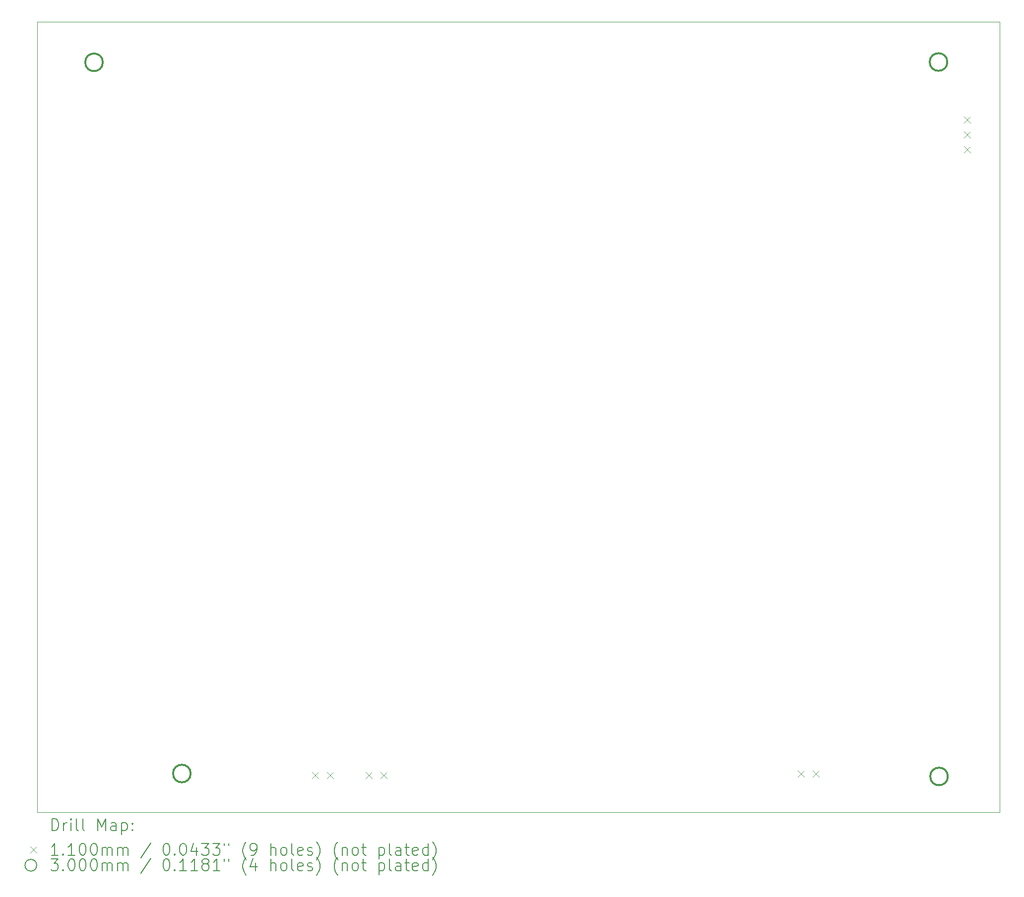
<source format=gbr>
%TF.GenerationSoftware,KiCad,Pcbnew,8.0.1*%
%TF.CreationDate,2024-05-13T23:14:51+02:00*%
%TF.ProjectId,Tracker,54726163-6b65-4722-9e6b-696361645f70,rev?*%
%TF.SameCoordinates,PX2857260PY98c9c50*%
%TF.FileFunction,Drillmap*%
%TF.FilePolarity,Positive*%
%FSLAX45Y45*%
G04 Gerber Fmt 4.5, Leading zero omitted, Abs format (unit mm)*
G04 Created by KiCad (PCBNEW 8.0.1) date 2024-05-13 23:14:51*
%MOMM*%
%LPD*%
G01*
G04 APERTURE LIST*
%ADD10C,0.100000*%
%ADD11C,0.200000*%
%ADD12C,0.110000*%
%ADD13C,0.300000*%
G04 APERTURE END LIST*
D10*
X4000Y13496000D02*
X16430000Y13496000D01*
X16430000Y2000D01*
X4000Y2000D01*
X4000Y13496000D01*
D11*
D12*
X4698000Y681000D02*
X4808000Y571000D01*
X4808000Y681000D02*
X4698000Y571000D01*
X4952000Y681000D02*
X5062000Y571000D01*
X5062000Y681000D02*
X4952000Y571000D01*
X5615000Y681000D02*
X5725000Y571000D01*
X5725000Y681000D02*
X5615000Y571000D01*
X5869000Y681000D02*
X5979000Y571000D01*
X5979000Y681000D02*
X5869000Y571000D01*
X12991000Y707000D02*
X13101000Y597000D01*
X13101000Y707000D02*
X12991000Y597000D01*
X13245000Y707000D02*
X13355000Y597000D01*
X13355000Y707000D02*
X13245000Y597000D01*
X15826000Y11881000D02*
X15936000Y11771000D01*
X15936000Y11881000D02*
X15826000Y11771000D01*
X15826000Y11627000D02*
X15936000Y11517000D01*
X15936000Y11627000D02*
X15826000Y11517000D01*
X15826000Y11373000D02*
X15936000Y11263000D01*
X15936000Y11373000D02*
X15826000Y11263000D01*
D13*
X1127000Y12803000D02*
G75*
G02*
X827000Y12803000I-150000J0D01*
G01*
X827000Y12803000D02*
G75*
G02*
X1127000Y12803000I150000J0D01*
G01*
X2626000Y659000D02*
G75*
G02*
X2326000Y659000I-150000J0D01*
G01*
X2326000Y659000D02*
G75*
G02*
X2626000Y659000I150000J0D01*
G01*
X15539000Y12808000D02*
G75*
G02*
X15239000Y12808000I-150000J0D01*
G01*
X15239000Y12808000D02*
G75*
G02*
X15539000Y12808000I150000J0D01*
G01*
X15548000Y609000D02*
G75*
G02*
X15248000Y609000I-150000J0D01*
G01*
X15248000Y609000D02*
G75*
G02*
X15548000Y609000I150000J0D01*
G01*
D11*
X259777Y-314484D02*
X259777Y-114484D01*
X259777Y-114484D02*
X307396Y-114484D01*
X307396Y-114484D02*
X335967Y-124008D01*
X335967Y-124008D02*
X355015Y-143055D01*
X355015Y-143055D02*
X364539Y-162103D01*
X364539Y-162103D02*
X374062Y-200198D01*
X374062Y-200198D02*
X374062Y-228769D01*
X374062Y-228769D02*
X364539Y-266865D01*
X364539Y-266865D02*
X355015Y-285912D01*
X355015Y-285912D02*
X335967Y-304960D01*
X335967Y-304960D02*
X307396Y-314484D01*
X307396Y-314484D02*
X259777Y-314484D01*
X459777Y-314484D02*
X459777Y-181150D01*
X459777Y-219246D02*
X469301Y-200198D01*
X469301Y-200198D02*
X478824Y-190674D01*
X478824Y-190674D02*
X497872Y-181150D01*
X497872Y-181150D02*
X516920Y-181150D01*
X583586Y-314484D02*
X583586Y-181150D01*
X583586Y-114484D02*
X574063Y-124008D01*
X574063Y-124008D02*
X583586Y-133531D01*
X583586Y-133531D02*
X593110Y-124008D01*
X593110Y-124008D02*
X583586Y-114484D01*
X583586Y-114484D02*
X583586Y-133531D01*
X707396Y-314484D02*
X688348Y-304960D01*
X688348Y-304960D02*
X678824Y-285912D01*
X678824Y-285912D02*
X678824Y-114484D01*
X812158Y-314484D02*
X793110Y-304960D01*
X793110Y-304960D02*
X783586Y-285912D01*
X783586Y-285912D02*
X783586Y-114484D01*
X1040729Y-314484D02*
X1040729Y-114484D01*
X1040729Y-114484D02*
X1107396Y-257341D01*
X1107396Y-257341D02*
X1174063Y-114484D01*
X1174063Y-114484D02*
X1174063Y-314484D01*
X1355015Y-314484D02*
X1355015Y-209722D01*
X1355015Y-209722D02*
X1345491Y-190674D01*
X1345491Y-190674D02*
X1326444Y-181150D01*
X1326444Y-181150D02*
X1288348Y-181150D01*
X1288348Y-181150D02*
X1269301Y-190674D01*
X1355015Y-304960D02*
X1335967Y-314484D01*
X1335967Y-314484D02*
X1288348Y-314484D01*
X1288348Y-314484D02*
X1269301Y-304960D01*
X1269301Y-304960D02*
X1259777Y-285912D01*
X1259777Y-285912D02*
X1259777Y-266865D01*
X1259777Y-266865D02*
X1269301Y-247817D01*
X1269301Y-247817D02*
X1288348Y-238293D01*
X1288348Y-238293D02*
X1335967Y-238293D01*
X1335967Y-238293D02*
X1355015Y-228769D01*
X1450253Y-181150D02*
X1450253Y-381150D01*
X1450253Y-190674D02*
X1469301Y-181150D01*
X1469301Y-181150D02*
X1507396Y-181150D01*
X1507396Y-181150D02*
X1526443Y-190674D01*
X1526443Y-190674D02*
X1535967Y-200198D01*
X1535967Y-200198D02*
X1545491Y-219246D01*
X1545491Y-219246D02*
X1545491Y-276389D01*
X1545491Y-276389D02*
X1535967Y-295436D01*
X1535967Y-295436D02*
X1526443Y-304960D01*
X1526443Y-304960D02*
X1507396Y-314484D01*
X1507396Y-314484D02*
X1469301Y-314484D01*
X1469301Y-314484D02*
X1450253Y-304960D01*
X1631205Y-295436D02*
X1640729Y-304960D01*
X1640729Y-304960D02*
X1631205Y-314484D01*
X1631205Y-314484D02*
X1621682Y-304960D01*
X1621682Y-304960D02*
X1631205Y-295436D01*
X1631205Y-295436D02*
X1631205Y-314484D01*
X1631205Y-190674D02*
X1640729Y-200198D01*
X1640729Y-200198D02*
X1631205Y-209722D01*
X1631205Y-209722D02*
X1621682Y-200198D01*
X1621682Y-200198D02*
X1631205Y-190674D01*
X1631205Y-190674D02*
X1631205Y-209722D01*
D12*
X-111000Y-588000D02*
X-1000Y-698000D01*
X-1000Y-588000D02*
X-111000Y-698000D01*
D11*
X364539Y-734484D02*
X250253Y-734484D01*
X307396Y-734484D02*
X307396Y-534484D01*
X307396Y-534484D02*
X288348Y-563055D01*
X288348Y-563055D02*
X269301Y-582103D01*
X269301Y-582103D02*
X250253Y-591627D01*
X450253Y-715436D02*
X459777Y-724960D01*
X459777Y-724960D02*
X450253Y-734484D01*
X450253Y-734484D02*
X440729Y-724960D01*
X440729Y-724960D02*
X450253Y-715436D01*
X450253Y-715436D02*
X450253Y-734484D01*
X650253Y-734484D02*
X535967Y-734484D01*
X593110Y-734484D02*
X593110Y-534484D01*
X593110Y-534484D02*
X574063Y-563055D01*
X574063Y-563055D02*
X555015Y-582103D01*
X555015Y-582103D02*
X535967Y-591627D01*
X774062Y-534484D02*
X793110Y-534484D01*
X793110Y-534484D02*
X812158Y-544008D01*
X812158Y-544008D02*
X821682Y-553531D01*
X821682Y-553531D02*
X831205Y-572579D01*
X831205Y-572579D02*
X840729Y-610674D01*
X840729Y-610674D02*
X840729Y-658293D01*
X840729Y-658293D02*
X831205Y-696389D01*
X831205Y-696389D02*
X821682Y-715436D01*
X821682Y-715436D02*
X812158Y-724960D01*
X812158Y-724960D02*
X793110Y-734484D01*
X793110Y-734484D02*
X774062Y-734484D01*
X774062Y-734484D02*
X755015Y-724960D01*
X755015Y-724960D02*
X745491Y-715436D01*
X745491Y-715436D02*
X735967Y-696389D01*
X735967Y-696389D02*
X726443Y-658293D01*
X726443Y-658293D02*
X726443Y-610674D01*
X726443Y-610674D02*
X735967Y-572579D01*
X735967Y-572579D02*
X745491Y-553531D01*
X745491Y-553531D02*
X755015Y-544008D01*
X755015Y-544008D02*
X774062Y-534484D01*
X964539Y-534484D02*
X983586Y-534484D01*
X983586Y-534484D02*
X1002634Y-544008D01*
X1002634Y-544008D02*
X1012158Y-553531D01*
X1012158Y-553531D02*
X1021682Y-572579D01*
X1021682Y-572579D02*
X1031205Y-610674D01*
X1031205Y-610674D02*
X1031205Y-658293D01*
X1031205Y-658293D02*
X1021682Y-696389D01*
X1021682Y-696389D02*
X1012158Y-715436D01*
X1012158Y-715436D02*
X1002634Y-724960D01*
X1002634Y-724960D02*
X983586Y-734484D01*
X983586Y-734484D02*
X964539Y-734484D01*
X964539Y-734484D02*
X945491Y-724960D01*
X945491Y-724960D02*
X935967Y-715436D01*
X935967Y-715436D02*
X926443Y-696389D01*
X926443Y-696389D02*
X916920Y-658293D01*
X916920Y-658293D02*
X916920Y-610674D01*
X916920Y-610674D02*
X926443Y-572579D01*
X926443Y-572579D02*
X935967Y-553531D01*
X935967Y-553531D02*
X945491Y-544008D01*
X945491Y-544008D02*
X964539Y-534484D01*
X1116920Y-734484D02*
X1116920Y-601150D01*
X1116920Y-620198D02*
X1126444Y-610674D01*
X1126444Y-610674D02*
X1145491Y-601150D01*
X1145491Y-601150D02*
X1174063Y-601150D01*
X1174063Y-601150D02*
X1193110Y-610674D01*
X1193110Y-610674D02*
X1202634Y-629722D01*
X1202634Y-629722D02*
X1202634Y-734484D01*
X1202634Y-629722D02*
X1212158Y-610674D01*
X1212158Y-610674D02*
X1231205Y-601150D01*
X1231205Y-601150D02*
X1259777Y-601150D01*
X1259777Y-601150D02*
X1278825Y-610674D01*
X1278825Y-610674D02*
X1288348Y-629722D01*
X1288348Y-629722D02*
X1288348Y-734484D01*
X1383586Y-734484D02*
X1383586Y-601150D01*
X1383586Y-620198D02*
X1393110Y-610674D01*
X1393110Y-610674D02*
X1412158Y-601150D01*
X1412158Y-601150D02*
X1440729Y-601150D01*
X1440729Y-601150D02*
X1459777Y-610674D01*
X1459777Y-610674D02*
X1469301Y-629722D01*
X1469301Y-629722D02*
X1469301Y-734484D01*
X1469301Y-629722D02*
X1478824Y-610674D01*
X1478824Y-610674D02*
X1497872Y-601150D01*
X1497872Y-601150D02*
X1526443Y-601150D01*
X1526443Y-601150D02*
X1545491Y-610674D01*
X1545491Y-610674D02*
X1555015Y-629722D01*
X1555015Y-629722D02*
X1555015Y-734484D01*
X1945491Y-524960D02*
X1774063Y-782103D01*
X2202634Y-534484D02*
X2221682Y-534484D01*
X2221682Y-534484D02*
X2240729Y-544008D01*
X2240729Y-544008D02*
X2250253Y-553531D01*
X2250253Y-553531D02*
X2259777Y-572579D01*
X2259777Y-572579D02*
X2269301Y-610674D01*
X2269301Y-610674D02*
X2269301Y-658293D01*
X2269301Y-658293D02*
X2259777Y-696389D01*
X2259777Y-696389D02*
X2250253Y-715436D01*
X2250253Y-715436D02*
X2240729Y-724960D01*
X2240729Y-724960D02*
X2221682Y-734484D01*
X2221682Y-734484D02*
X2202634Y-734484D01*
X2202634Y-734484D02*
X2183587Y-724960D01*
X2183587Y-724960D02*
X2174063Y-715436D01*
X2174063Y-715436D02*
X2164539Y-696389D01*
X2164539Y-696389D02*
X2155015Y-658293D01*
X2155015Y-658293D02*
X2155015Y-610674D01*
X2155015Y-610674D02*
X2164539Y-572579D01*
X2164539Y-572579D02*
X2174063Y-553531D01*
X2174063Y-553531D02*
X2183587Y-544008D01*
X2183587Y-544008D02*
X2202634Y-534484D01*
X2355015Y-715436D02*
X2364539Y-724960D01*
X2364539Y-724960D02*
X2355015Y-734484D01*
X2355015Y-734484D02*
X2345491Y-724960D01*
X2345491Y-724960D02*
X2355015Y-715436D01*
X2355015Y-715436D02*
X2355015Y-734484D01*
X2488348Y-534484D02*
X2507396Y-534484D01*
X2507396Y-534484D02*
X2526444Y-544008D01*
X2526444Y-544008D02*
X2535968Y-553531D01*
X2535968Y-553531D02*
X2545491Y-572579D01*
X2545491Y-572579D02*
X2555015Y-610674D01*
X2555015Y-610674D02*
X2555015Y-658293D01*
X2555015Y-658293D02*
X2545491Y-696389D01*
X2545491Y-696389D02*
X2535968Y-715436D01*
X2535968Y-715436D02*
X2526444Y-724960D01*
X2526444Y-724960D02*
X2507396Y-734484D01*
X2507396Y-734484D02*
X2488348Y-734484D01*
X2488348Y-734484D02*
X2469301Y-724960D01*
X2469301Y-724960D02*
X2459777Y-715436D01*
X2459777Y-715436D02*
X2450253Y-696389D01*
X2450253Y-696389D02*
X2440729Y-658293D01*
X2440729Y-658293D02*
X2440729Y-610674D01*
X2440729Y-610674D02*
X2450253Y-572579D01*
X2450253Y-572579D02*
X2459777Y-553531D01*
X2459777Y-553531D02*
X2469301Y-544008D01*
X2469301Y-544008D02*
X2488348Y-534484D01*
X2726444Y-601150D02*
X2726444Y-734484D01*
X2678825Y-524960D02*
X2631206Y-667817D01*
X2631206Y-667817D02*
X2755015Y-667817D01*
X2812158Y-534484D02*
X2935967Y-534484D01*
X2935967Y-534484D02*
X2869301Y-610674D01*
X2869301Y-610674D02*
X2897872Y-610674D01*
X2897872Y-610674D02*
X2916920Y-620198D01*
X2916920Y-620198D02*
X2926444Y-629722D01*
X2926444Y-629722D02*
X2935967Y-648770D01*
X2935967Y-648770D02*
X2935967Y-696389D01*
X2935967Y-696389D02*
X2926444Y-715436D01*
X2926444Y-715436D02*
X2916920Y-724960D01*
X2916920Y-724960D02*
X2897872Y-734484D01*
X2897872Y-734484D02*
X2840729Y-734484D01*
X2840729Y-734484D02*
X2821682Y-724960D01*
X2821682Y-724960D02*
X2812158Y-715436D01*
X3002634Y-534484D02*
X3126444Y-534484D01*
X3126444Y-534484D02*
X3059777Y-610674D01*
X3059777Y-610674D02*
X3088348Y-610674D01*
X3088348Y-610674D02*
X3107396Y-620198D01*
X3107396Y-620198D02*
X3116920Y-629722D01*
X3116920Y-629722D02*
X3126444Y-648770D01*
X3126444Y-648770D02*
X3126444Y-696389D01*
X3126444Y-696389D02*
X3116920Y-715436D01*
X3116920Y-715436D02*
X3107396Y-724960D01*
X3107396Y-724960D02*
X3088348Y-734484D01*
X3088348Y-734484D02*
X3031206Y-734484D01*
X3031206Y-734484D02*
X3012158Y-724960D01*
X3012158Y-724960D02*
X3002634Y-715436D01*
X3202634Y-534484D02*
X3202634Y-572579D01*
X3278825Y-534484D02*
X3278825Y-572579D01*
X3574063Y-810674D02*
X3564539Y-801150D01*
X3564539Y-801150D02*
X3545491Y-772579D01*
X3545491Y-772579D02*
X3535968Y-753531D01*
X3535968Y-753531D02*
X3526444Y-724960D01*
X3526444Y-724960D02*
X3516920Y-677341D01*
X3516920Y-677341D02*
X3516920Y-639246D01*
X3516920Y-639246D02*
X3526444Y-591627D01*
X3526444Y-591627D02*
X3535968Y-563055D01*
X3535968Y-563055D02*
X3545491Y-544008D01*
X3545491Y-544008D02*
X3564539Y-515436D01*
X3564539Y-515436D02*
X3574063Y-505912D01*
X3659777Y-734484D02*
X3697872Y-734484D01*
X3697872Y-734484D02*
X3716920Y-724960D01*
X3716920Y-724960D02*
X3726444Y-715436D01*
X3726444Y-715436D02*
X3745491Y-686865D01*
X3745491Y-686865D02*
X3755015Y-648770D01*
X3755015Y-648770D02*
X3755015Y-572579D01*
X3755015Y-572579D02*
X3745491Y-553531D01*
X3745491Y-553531D02*
X3735968Y-544008D01*
X3735968Y-544008D02*
X3716920Y-534484D01*
X3716920Y-534484D02*
X3678825Y-534484D01*
X3678825Y-534484D02*
X3659777Y-544008D01*
X3659777Y-544008D02*
X3650253Y-553531D01*
X3650253Y-553531D02*
X3640729Y-572579D01*
X3640729Y-572579D02*
X3640729Y-620198D01*
X3640729Y-620198D02*
X3650253Y-639246D01*
X3650253Y-639246D02*
X3659777Y-648770D01*
X3659777Y-648770D02*
X3678825Y-658293D01*
X3678825Y-658293D02*
X3716920Y-658293D01*
X3716920Y-658293D02*
X3735968Y-648770D01*
X3735968Y-648770D02*
X3745491Y-639246D01*
X3745491Y-639246D02*
X3755015Y-620198D01*
X3993110Y-734484D02*
X3993110Y-534484D01*
X4078825Y-734484D02*
X4078825Y-629722D01*
X4078825Y-629722D02*
X4069301Y-610674D01*
X4069301Y-610674D02*
X4050253Y-601150D01*
X4050253Y-601150D02*
X4021682Y-601150D01*
X4021682Y-601150D02*
X4002634Y-610674D01*
X4002634Y-610674D02*
X3993110Y-620198D01*
X4202634Y-734484D02*
X4183587Y-724960D01*
X4183587Y-724960D02*
X4174063Y-715436D01*
X4174063Y-715436D02*
X4164539Y-696389D01*
X4164539Y-696389D02*
X4164539Y-639246D01*
X4164539Y-639246D02*
X4174063Y-620198D01*
X4174063Y-620198D02*
X4183587Y-610674D01*
X4183587Y-610674D02*
X4202634Y-601150D01*
X4202634Y-601150D02*
X4231206Y-601150D01*
X4231206Y-601150D02*
X4250253Y-610674D01*
X4250253Y-610674D02*
X4259777Y-620198D01*
X4259777Y-620198D02*
X4269301Y-639246D01*
X4269301Y-639246D02*
X4269301Y-696389D01*
X4269301Y-696389D02*
X4259777Y-715436D01*
X4259777Y-715436D02*
X4250253Y-724960D01*
X4250253Y-724960D02*
X4231206Y-734484D01*
X4231206Y-734484D02*
X4202634Y-734484D01*
X4383587Y-734484D02*
X4364539Y-724960D01*
X4364539Y-724960D02*
X4355015Y-705912D01*
X4355015Y-705912D02*
X4355015Y-534484D01*
X4535968Y-724960D02*
X4516920Y-734484D01*
X4516920Y-734484D02*
X4478825Y-734484D01*
X4478825Y-734484D02*
X4459777Y-724960D01*
X4459777Y-724960D02*
X4450253Y-705912D01*
X4450253Y-705912D02*
X4450253Y-629722D01*
X4450253Y-629722D02*
X4459777Y-610674D01*
X4459777Y-610674D02*
X4478825Y-601150D01*
X4478825Y-601150D02*
X4516920Y-601150D01*
X4516920Y-601150D02*
X4535968Y-610674D01*
X4535968Y-610674D02*
X4545492Y-629722D01*
X4545492Y-629722D02*
X4545492Y-648770D01*
X4545492Y-648770D02*
X4450253Y-667817D01*
X4621682Y-724960D02*
X4640730Y-734484D01*
X4640730Y-734484D02*
X4678825Y-734484D01*
X4678825Y-734484D02*
X4697873Y-724960D01*
X4697873Y-724960D02*
X4707396Y-705912D01*
X4707396Y-705912D02*
X4707396Y-696389D01*
X4707396Y-696389D02*
X4697873Y-677341D01*
X4697873Y-677341D02*
X4678825Y-667817D01*
X4678825Y-667817D02*
X4650253Y-667817D01*
X4650253Y-667817D02*
X4631206Y-658293D01*
X4631206Y-658293D02*
X4621682Y-639246D01*
X4621682Y-639246D02*
X4621682Y-629722D01*
X4621682Y-629722D02*
X4631206Y-610674D01*
X4631206Y-610674D02*
X4650253Y-601150D01*
X4650253Y-601150D02*
X4678825Y-601150D01*
X4678825Y-601150D02*
X4697873Y-610674D01*
X4774063Y-810674D02*
X4783587Y-801150D01*
X4783587Y-801150D02*
X4802634Y-772579D01*
X4802634Y-772579D02*
X4812158Y-753531D01*
X4812158Y-753531D02*
X4821682Y-724960D01*
X4821682Y-724960D02*
X4831206Y-677341D01*
X4831206Y-677341D02*
X4831206Y-639246D01*
X4831206Y-639246D02*
X4821682Y-591627D01*
X4821682Y-591627D02*
X4812158Y-563055D01*
X4812158Y-563055D02*
X4802634Y-544008D01*
X4802634Y-544008D02*
X4783587Y-515436D01*
X4783587Y-515436D02*
X4774063Y-505912D01*
X5135968Y-810674D02*
X5126444Y-801150D01*
X5126444Y-801150D02*
X5107396Y-772579D01*
X5107396Y-772579D02*
X5097873Y-753531D01*
X5097873Y-753531D02*
X5088349Y-724960D01*
X5088349Y-724960D02*
X5078825Y-677341D01*
X5078825Y-677341D02*
X5078825Y-639246D01*
X5078825Y-639246D02*
X5088349Y-591627D01*
X5088349Y-591627D02*
X5097873Y-563055D01*
X5097873Y-563055D02*
X5107396Y-544008D01*
X5107396Y-544008D02*
X5126444Y-515436D01*
X5126444Y-515436D02*
X5135968Y-505912D01*
X5212158Y-601150D02*
X5212158Y-734484D01*
X5212158Y-620198D02*
X5221682Y-610674D01*
X5221682Y-610674D02*
X5240730Y-601150D01*
X5240730Y-601150D02*
X5269301Y-601150D01*
X5269301Y-601150D02*
X5288349Y-610674D01*
X5288349Y-610674D02*
X5297873Y-629722D01*
X5297873Y-629722D02*
X5297873Y-734484D01*
X5421682Y-734484D02*
X5402634Y-724960D01*
X5402634Y-724960D02*
X5393111Y-715436D01*
X5393111Y-715436D02*
X5383587Y-696389D01*
X5383587Y-696389D02*
X5383587Y-639246D01*
X5383587Y-639246D02*
X5393111Y-620198D01*
X5393111Y-620198D02*
X5402634Y-610674D01*
X5402634Y-610674D02*
X5421682Y-601150D01*
X5421682Y-601150D02*
X5450254Y-601150D01*
X5450254Y-601150D02*
X5469301Y-610674D01*
X5469301Y-610674D02*
X5478825Y-620198D01*
X5478825Y-620198D02*
X5488349Y-639246D01*
X5488349Y-639246D02*
X5488349Y-696389D01*
X5488349Y-696389D02*
X5478825Y-715436D01*
X5478825Y-715436D02*
X5469301Y-724960D01*
X5469301Y-724960D02*
X5450254Y-734484D01*
X5450254Y-734484D02*
X5421682Y-734484D01*
X5545492Y-601150D02*
X5621682Y-601150D01*
X5574063Y-534484D02*
X5574063Y-705912D01*
X5574063Y-705912D02*
X5583587Y-724960D01*
X5583587Y-724960D02*
X5602634Y-734484D01*
X5602634Y-734484D02*
X5621682Y-734484D01*
X5840730Y-601150D02*
X5840730Y-801150D01*
X5840730Y-610674D02*
X5859777Y-601150D01*
X5859777Y-601150D02*
X5897873Y-601150D01*
X5897873Y-601150D02*
X5916920Y-610674D01*
X5916920Y-610674D02*
X5926444Y-620198D01*
X5926444Y-620198D02*
X5935968Y-639246D01*
X5935968Y-639246D02*
X5935968Y-696389D01*
X5935968Y-696389D02*
X5926444Y-715436D01*
X5926444Y-715436D02*
X5916920Y-724960D01*
X5916920Y-724960D02*
X5897873Y-734484D01*
X5897873Y-734484D02*
X5859777Y-734484D01*
X5859777Y-734484D02*
X5840730Y-724960D01*
X6050253Y-734484D02*
X6031206Y-724960D01*
X6031206Y-724960D02*
X6021682Y-705912D01*
X6021682Y-705912D02*
X6021682Y-534484D01*
X6212158Y-734484D02*
X6212158Y-629722D01*
X6212158Y-629722D02*
X6202634Y-610674D01*
X6202634Y-610674D02*
X6183587Y-601150D01*
X6183587Y-601150D02*
X6145492Y-601150D01*
X6145492Y-601150D02*
X6126444Y-610674D01*
X6212158Y-724960D02*
X6193111Y-734484D01*
X6193111Y-734484D02*
X6145492Y-734484D01*
X6145492Y-734484D02*
X6126444Y-724960D01*
X6126444Y-724960D02*
X6116920Y-705912D01*
X6116920Y-705912D02*
X6116920Y-686865D01*
X6116920Y-686865D02*
X6126444Y-667817D01*
X6126444Y-667817D02*
X6145492Y-658293D01*
X6145492Y-658293D02*
X6193111Y-658293D01*
X6193111Y-658293D02*
X6212158Y-648770D01*
X6278825Y-601150D02*
X6355015Y-601150D01*
X6307396Y-534484D02*
X6307396Y-705912D01*
X6307396Y-705912D02*
X6316920Y-724960D01*
X6316920Y-724960D02*
X6335968Y-734484D01*
X6335968Y-734484D02*
X6355015Y-734484D01*
X6497873Y-724960D02*
X6478825Y-734484D01*
X6478825Y-734484D02*
X6440730Y-734484D01*
X6440730Y-734484D02*
X6421682Y-724960D01*
X6421682Y-724960D02*
X6412158Y-705912D01*
X6412158Y-705912D02*
X6412158Y-629722D01*
X6412158Y-629722D02*
X6421682Y-610674D01*
X6421682Y-610674D02*
X6440730Y-601150D01*
X6440730Y-601150D02*
X6478825Y-601150D01*
X6478825Y-601150D02*
X6497873Y-610674D01*
X6497873Y-610674D02*
X6507396Y-629722D01*
X6507396Y-629722D02*
X6507396Y-648770D01*
X6507396Y-648770D02*
X6412158Y-667817D01*
X6678825Y-734484D02*
X6678825Y-534484D01*
X6678825Y-724960D02*
X6659777Y-734484D01*
X6659777Y-734484D02*
X6621682Y-734484D01*
X6621682Y-734484D02*
X6602634Y-724960D01*
X6602634Y-724960D02*
X6593111Y-715436D01*
X6593111Y-715436D02*
X6583587Y-696389D01*
X6583587Y-696389D02*
X6583587Y-639246D01*
X6583587Y-639246D02*
X6593111Y-620198D01*
X6593111Y-620198D02*
X6602634Y-610674D01*
X6602634Y-610674D02*
X6621682Y-601150D01*
X6621682Y-601150D02*
X6659777Y-601150D01*
X6659777Y-601150D02*
X6678825Y-610674D01*
X6755015Y-810674D02*
X6764539Y-801150D01*
X6764539Y-801150D02*
X6783587Y-772579D01*
X6783587Y-772579D02*
X6793111Y-753531D01*
X6793111Y-753531D02*
X6802634Y-724960D01*
X6802634Y-724960D02*
X6812158Y-677341D01*
X6812158Y-677341D02*
X6812158Y-639246D01*
X6812158Y-639246D02*
X6802634Y-591627D01*
X6802634Y-591627D02*
X6793111Y-563055D01*
X6793111Y-563055D02*
X6783587Y-544008D01*
X6783587Y-544008D02*
X6764539Y-515436D01*
X6764539Y-515436D02*
X6755015Y-505912D01*
X-1000Y-907000D02*
G75*
G02*
X-201000Y-907000I-100000J0D01*
G01*
X-201000Y-907000D02*
G75*
G02*
X-1000Y-907000I100000J0D01*
G01*
X240729Y-798484D02*
X364539Y-798484D01*
X364539Y-798484D02*
X297872Y-874674D01*
X297872Y-874674D02*
X326444Y-874674D01*
X326444Y-874674D02*
X345491Y-884198D01*
X345491Y-884198D02*
X355015Y-893722D01*
X355015Y-893722D02*
X364539Y-912769D01*
X364539Y-912769D02*
X364539Y-960388D01*
X364539Y-960388D02*
X355015Y-979436D01*
X355015Y-979436D02*
X345491Y-988960D01*
X345491Y-988960D02*
X326444Y-998484D01*
X326444Y-998484D02*
X269301Y-998484D01*
X269301Y-998484D02*
X250253Y-988960D01*
X250253Y-988960D02*
X240729Y-979436D01*
X450253Y-979436D02*
X459777Y-988960D01*
X459777Y-988960D02*
X450253Y-998484D01*
X450253Y-998484D02*
X440729Y-988960D01*
X440729Y-988960D02*
X450253Y-979436D01*
X450253Y-979436D02*
X450253Y-998484D01*
X583586Y-798484D02*
X602634Y-798484D01*
X602634Y-798484D02*
X621682Y-808008D01*
X621682Y-808008D02*
X631205Y-817531D01*
X631205Y-817531D02*
X640729Y-836579D01*
X640729Y-836579D02*
X650253Y-874674D01*
X650253Y-874674D02*
X650253Y-922293D01*
X650253Y-922293D02*
X640729Y-960388D01*
X640729Y-960388D02*
X631205Y-979436D01*
X631205Y-979436D02*
X621682Y-988960D01*
X621682Y-988960D02*
X602634Y-998484D01*
X602634Y-998484D02*
X583586Y-998484D01*
X583586Y-998484D02*
X564539Y-988960D01*
X564539Y-988960D02*
X555015Y-979436D01*
X555015Y-979436D02*
X545491Y-960388D01*
X545491Y-960388D02*
X535967Y-922293D01*
X535967Y-922293D02*
X535967Y-874674D01*
X535967Y-874674D02*
X545491Y-836579D01*
X545491Y-836579D02*
X555015Y-817531D01*
X555015Y-817531D02*
X564539Y-808008D01*
X564539Y-808008D02*
X583586Y-798484D01*
X774062Y-798484D02*
X793110Y-798484D01*
X793110Y-798484D02*
X812158Y-808008D01*
X812158Y-808008D02*
X821682Y-817531D01*
X821682Y-817531D02*
X831205Y-836579D01*
X831205Y-836579D02*
X840729Y-874674D01*
X840729Y-874674D02*
X840729Y-922293D01*
X840729Y-922293D02*
X831205Y-960388D01*
X831205Y-960388D02*
X821682Y-979436D01*
X821682Y-979436D02*
X812158Y-988960D01*
X812158Y-988960D02*
X793110Y-998484D01*
X793110Y-998484D02*
X774062Y-998484D01*
X774062Y-998484D02*
X755015Y-988960D01*
X755015Y-988960D02*
X745491Y-979436D01*
X745491Y-979436D02*
X735967Y-960388D01*
X735967Y-960388D02*
X726443Y-922293D01*
X726443Y-922293D02*
X726443Y-874674D01*
X726443Y-874674D02*
X735967Y-836579D01*
X735967Y-836579D02*
X745491Y-817531D01*
X745491Y-817531D02*
X755015Y-808008D01*
X755015Y-808008D02*
X774062Y-798484D01*
X964539Y-798484D02*
X983586Y-798484D01*
X983586Y-798484D02*
X1002634Y-808008D01*
X1002634Y-808008D02*
X1012158Y-817531D01*
X1012158Y-817531D02*
X1021682Y-836579D01*
X1021682Y-836579D02*
X1031205Y-874674D01*
X1031205Y-874674D02*
X1031205Y-922293D01*
X1031205Y-922293D02*
X1021682Y-960388D01*
X1021682Y-960388D02*
X1012158Y-979436D01*
X1012158Y-979436D02*
X1002634Y-988960D01*
X1002634Y-988960D02*
X983586Y-998484D01*
X983586Y-998484D02*
X964539Y-998484D01*
X964539Y-998484D02*
X945491Y-988960D01*
X945491Y-988960D02*
X935967Y-979436D01*
X935967Y-979436D02*
X926443Y-960388D01*
X926443Y-960388D02*
X916920Y-922293D01*
X916920Y-922293D02*
X916920Y-874674D01*
X916920Y-874674D02*
X926443Y-836579D01*
X926443Y-836579D02*
X935967Y-817531D01*
X935967Y-817531D02*
X945491Y-808008D01*
X945491Y-808008D02*
X964539Y-798484D01*
X1116920Y-998484D02*
X1116920Y-865150D01*
X1116920Y-884198D02*
X1126444Y-874674D01*
X1126444Y-874674D02*
X1145491Y-865150D01*
X1145491Y-865150D02*
X1174063Y-865150D01*
X1174063Y-865150D02*
X1193110Y-874674D01*
X1193110Y-874674D02*
X1202634Y-893722D01*
X1202634Y-893722D02*
X1202634Y-998484D01*
X1202634Y-893722D02*
X1212158Y-874674D01*
X1212158Y-874674D02*
X1231205Y-865150D01*
X1231205Y-865150D02*
X1259777Y-865150D01*
X1259777Y-865150D02*
X1278825Y-874674D01*
X1278825Y-874674D02*
X1288348Y-893722D01*
X1288348Y-893722D02*
X1288348Y-998484D01*
X1383586Y-998484D02*
X1383586Y-865150D01*
X1383586Y-884198D02*
X1393110Y-874674D01*
X1393110Y-874674D02*
X1412158Y-865150D01*
X1412158Y-865150D02*
X1440729Y-865150D01*
X1440729Y-865150D02*
X1459777Y-874674D01*
X1459777Y-874674D02*
X1469301Y-893722D01*
X1469301Y-893722D02*
X1469301Y-998484D01*
X1469301Y-893722D02*
X1478824Y-874674D01*
X1478824Y-874674D02*
X1497872Y-865150D01*
X1497872Y-865150D02*
X1526443Y-865150D01*
X1526443Y-865150D02*
X1545491Y-874674D01*
X1545491Y-874674D02*
X1555015Y-893722D01*
X1555015Y-893722D02*
X1555015Y-998484D01*
X1945491Y-788960D02*
X1774063Y-1046103D01*
X2202634Y-798484D02*
X2221682Y-798484D01*
X2221682Y-798484D02*
X2240729Y-808008D01*
X2240729Y-808008D02*
X2250253Y-817531D01*
X2250253Y-817531D02*
X2259777Y-836579D01*
X2259777Y-836579D02*
X2269301Y-874674D01*
X2269301Y-874674D02*
X2269301Y-922293D01*
X2269301Y-922293D02*
X2259777Y-960388D01*
X2259777Y-960388D02*
X2250253Y-979436D01*
X2250253Y-979436D02*
X2240729Y-988960D01*
X2240729Y-988960D02*
X2221682Y-998484D01*
X2221682Y-998484D02*
X2202634Y-998484D01*
X2202634Y-998484D02*
X2183587Y-988960D01*
X2183587Y-988960D02*
X2174063Y-979436D01*
X2174063Y-979436D02*
X2164539Y-960388D01*
X2164539Y-960388D02*
X2155015Y-922293D01*
X2155015Y-922293D02*
X2155015Y-874674D01*
X2155015Y-874674D02*
X2164539Y-836579D01*
X2164539Y-836579D02*
X2174063Y-817531D01*
X2174063Y-817531D02*
X2183587Y-808008D01*
X2183587Y-808008D02*
X2202634Y-798484D01*
X2355015Y-979436D02*
X2364539Y-988960D01*
X2364539Y-988960D02*
X2355015Y-998484D01*
X2355015Y-998484D02*
X2345491Y-988960D01*
X2345491Y-988960D02*
X2355015Y-979436D01*
X2355015Y-979436D02*
X2355015Y-998484D01*
X2555015Y-998484D02*
X2440729Y-998484D01*
X2497872Y-998484D02*
X2497872Y-798484D01*
X2497872Y-798484D02*
X2478825Y-827055D01*
X2478825Y-827055D02*
X2459777Y-846103D01*
X2459777Y-846103D02*
X2440729Y-855627D01*
X2745491Y-998484D02*
X2631206Y-998484D01*
X2688348Y-998484D02*
X2688348Y-798484D01*
X2688348Y-798484D02*
X2669301Y-827055D01*
X2669301Y-827055D02*
X2650253Y-846103D01*
X2650253Y-846103D02*
X2631206Y-855627D01*
X2859777Y-884198D02*
X2840729Y-874674D01*
X2840729Y-874674D02*
X2831206Y-865150D01*
X2831206Y-865150D02*
X2821682Y-846103D01*
X2821682Y-846103D02*
X2821682Y-836579D01*
X2821682Y-836579D02*
X2831206Y-817531D01*
X2831206Y-817531D02*
X2840729Y-808008D01*
X2840729Y-808008D02*
X2859777Y-798484D01*
X2859777Y-798484D02*
X2897872Y-798484D01*
X2897872Y-798484D02*
X2916920Y-808008D01*
X2916920Y-808008D02*
X2926444Y-817531D01*
X2926444Y-817531D02*
X2935967Y-836579D01*
X2935967Y-836579D02*
X2935967Y-846103D01*
X2935967Y-846103D02*
X2926444Y-865150D01*
X2926444Y-865150D02*
X2916920Y-874674D01*
X2916920Y-874674D02*
X2897872Y-884198D01*
X2897872Y-884198D02*
X2859777Y-884198D01*
X2859777Y-884198D02*
X2840729Y-893722D01*
X2840729Y-893722D02*
X2831206Y-903246D01*
X2831206Y-903246D02*
X2821682Y-922293D01*
X2821682Y-922293D02*
X2821682Y-960388D01*
X2821682Y-960388D02*
X2831206Y-979436D01*
X2831206Y-979436D02*
X2840729Y-988960D01*
X2840729Y-988960D02*
X2859777Y-998484D01*
X2859777Y-998484D02*
X2897872Y-998484D01*
X2897872Y-998484D02*
X2916920Y-988960D01*
X2916920Y-988960D02*
X2926444Y-979436D01*
X2926444Y-979436D02*
X2935967Y-960388D01*
X2935967Y-960388D02*
X2935967Y-922293D01*
X2935967Y-922293D02*
X2926444Y-903246D01*
X2926444Y-903246D02*
X2916920Y-893722D01*
X2916920Y-893722D02*
X2897872Y-884198D01*
X3126444Y-998484D02*
X3012158Y-998484D01*
X3069301Y-998484D02*
X3069301Y-798484D01*
X3069301Y-798484D02*
X3050253Y-827055D01*
X3050253Y-827055D02*
X3031206Y-846103D01*
X3031206Y-846103D02*
X3012158Y-855627D01*
X3202634Y-798484D02*
X3202634Y-836579D01*
X3278825Y-798484D02*
X3278825Y-836579D01*
X3574063Y-1074674D02*
X3564539Y-1065150D01*
X3564539Y-1065150D02*
X3545491Y-1036579D01*
X3545491Y-1036579D02*
X3535968Y-1017531D01*
X3535968Y-1017531D02*
X3526444Y-988960D01*
X3526444Y-988960D02*
X3516920Y-941341D01*
X3516920Y-941341D02*
X3516920Y-903246D01*
X3516920Y-903246D02*
X3526444Y-855627D01*
X3526444Y-855627D02*
X3535968Y-827055D01*
X3535968Y-827055D02*
X3545491Y-808008D01*
X3545491Y-808008D02*
X3564539Y-779436D01*
X3564539Y-779436D02*
X3574063Y-769912D01*
X3735968Y-865150D02*
X3735968Y-998484D01*
X3688348Y-788960D02*
X3640729Y-931817D01*
X3640729Y-931817D02*
X3764539Y-931817D01*
X3993110Y-998484D02*
X3993110Y-798484D01*
X4078825Y-998484D02*
X4078825Y-893722D01*
X4078825Y-893722D02*
X4069301Y-874674D01*
X4069301Y-874674D02*
X4050253Y-865150D01*
X4050253Y-865150D02*
X4021682Y-865150D01*
X4021682Y-865150D02*
X4002634Y-874674D01*
X4002634Y-874674D02*
X3993110Y-884198D01*
X4202634Y-998484D02*
X4183587Y-988960D01*
X4183587Y-988960D02*
X4174063Y-979436D01*
X4174063Y-979436D02*
X4164539Y-960388D01*
X4164539Y-960388D02*
X4164539Y-903246D01*
X4164539Y-903246D02*
X4174063Y-884198D01*
X4174063Y-884198D02*
X4183587Y-874674D01*
X4183587Y-874674D02*
X4202634Y-865150D01*
X4202634Y-865150D02*
X4231206Y-865150D01*
X4231206Y-865150D02*
X4250253Y-874674D01*
X4250253Y-874674D02*
X4259777Y-884198D01*
X4259777Y-884198D02*
X4269301Y-903246D01*
X4269301Y-903246D02*
X4269301Y-960388D01*
X4269301Y-960388D02*
X4259777Y-979436D01*
X4259777Y-979436D02*
X4250253Y-988960D01*
X4250253Y-988960D02*
X4231206Y-998484D01*
X4231206Y-998484D02*
X4202634Y-998484D01*
X4383587Y-998484D02*
X4364539Y-988960D01*
X4364539Y-988960D02*
X4355015Y-969912D01*
X4355015Y-969912D02*
X4355015Y-798484D01*
X4535968Y-988960D02*
X4516920Y-998484D01*
X4516920Y-998484D02*
X4478825Y-998484D01*
X4478825Y-998484D02*
X4459777Y-988960D01*
X4459777Y-988960D02*
X4450253Y-969912D01*
X4450253Y-969912D02*
X4450253Y-893722D01*
X4450253Y-893722D02*
X4459777Y-874674D01*
X4459777Y-874674D02*
X4478825Y-865150D01*
X4478825Y-865150D02*
X4516920Y-865150D01*
X4516920Y-865150D02*
X4535968Y-874674D01*
X4535968Y-874674D02*
X4545492Y-893722D01*
X4545492Y-893722D02*
X4545492Y-912769D01*
X4545492Y-912769D02*
X4450253Y-931817D01*
X4621682Y-988960D02*
X4640730Y-998484D01*
X4640730Y-998484D02*
X4678825Y-998484D01*
X4678825Y-998484D02*
X4697873Y-988960D01*
X4697873Y-988960D02*
X4707396Y-969912D01*
X4707396Y-969912D02*
X4707396Y-960388D01*
X4707396Y-960388D02*
X4697873Y-941341D01*
X4697873Y-941341D02*
X4678825Y-931817D01*
X4678825Y-931817D02*
X4650253Y-931817D01*
X4650253Y-931817D02*
X4631206Y-922293D01*
X4631206Y-922293D02*
X4621682Y-903246D01*
X4621682Y-903246D02*
X4621682Y-893722D01*
X4621682Y-893722D02*
X4631206Y-874674D01*
X4631206Y-874674D02*
X4650253Y-865150D01*
X4650253Y-865150D02*
X4678825Y-865150D01*
X4678825Y-865150D02*
X4697873Y-874674D01*
X4774063Y-1074674D02*
X4783587Y-1065150D01*
X4783587Y-1065150D02*
X4802634Y-1036579D01*
X4802634Y-1036579D02*
X4812158Y-1017531D01*
X4812158Y-1017531D02*
X4821682Y-988960D01*
X4821682Y-988960D02*
X4831206Y-941341D01*
X4831206Y-941341D02*
X4831206Y-903246D01*
X4831206Y-903246D02*
X4821682Y-855627D01*
X4821682Y-855627D02*
X4812158Y-827055D01*
X4812158Y-827055D02*
X4802634Y-808008D01*
X4802634Y-808008D02*
X4783587Y-779436D01*
X4783587Y-779436D02*
X4774063Y-769912D01*
X5135968Y-1074674D02*
X5126444Y-1065150D01*
X5126444Y-1065150D02*
X5107396Y-1036579D01*
X5107396Y-1036579D02*
X5097873Y-1017531D01*
X5097873Y-1017531D02*
X5088349Y-988960D01*
X5088349Y-988960D02*
X5078825Y-941341D01*
X5078825Y-941341D02*
X5078825Y-903246D01*
X5078825Y-903246D02*
X5088349Y-855627D01*
X5088349Y-855627D02*
X5097873Y-827055D01*
X5097873Y-827055D02*
X5107396Y-808008D01*
X5107396Y-808008D02*
X5126444Y-779436D01*
X5126444Y-779436D02*
X5135968Y-769912D01*
X5212158Y-865150D02*
X5212158Y-998484D01*
X5212158Y-884198D02*
X5221682Y-874674D01*
X5221682Y-874674D02*
X5240730Y-865150D01*
X5240730Y-865150D02*
X5269301Y-865150D01*
X5269301Y-865150D02*
X5288349Y-874674D01*
X5288349Y-874674D02*
X5297873Y-893722D01*
X5297873Y-893722D02*
X5297873Y-998484D01*
X5421682Y-998484D02*
X5402634Y-988960D01*
X5402634Y-988960D02*
X5393111Y-979436D01*
X5393111Y-979436D02*
X5383587Y-960388D01*
X5383587Y-960388D02*
X5383587Y-903246D01*
X5383587Y-903246D02*
X5393111Y-884198D01*
X5393111Y-884198D02*
X5402634Y-874674D01*
X5402634Y-874674D02*
X5421682Y-865150D01*
X5421682Y-865150D02*
X5450254Y-865150D01*
X5450254Y-865150D02*
X5469301Y-874674D01*
X5469301Y-874674D02*
X5478825Y-884198D01*
X5478825Y-884198D02*
X5488349Y-903246D01*
X5488349Y-903246D02*
X5488349Y-960388D01*
X5488349Y-960388D02*
X5478825Y-979436D01*
X5478825Y-979436D02*
X5469301Y-988960D01*
X5469301Y-988960D02*
X5450254Y-998484D01*
X5450254Y-998484D02*
X5421682Y-998484D01*
X5545492Y-865150D02*
X5621682Y-865150D01*
X5574063Y-798484D02*
X5574063Y-969912D01*
X5574063Y-969912D02*
X5583587Y-988960D01*
X5583587Y-988960D02*
X5602634Y-998484D01*
X5602634Y-998484D02*
X5621682Y-998484D01*
X5840730Y-865150D02*
X5840730Y-1065150D01*
X5840730Y-874674D02*
X5859777Y-865150D01*
X5859777Y-865150D02*
X5897873Y-865150D01*
X5897873Y-865150D02*
X5916920Y-874674D01*
X5916920Y-874674D02*
X5926444Y-884198D01*
X5926444Y-884198D02*
X5935968Y-903246D01*
X5935968Y-903246D02*
X5935968Y-960388D01*
X5935968Y-960388D02*
X5926444Y-979436D01*
X5926444Y-979436D02*
X5916920Y-988960D01*
X5916920Y-988960D02*
X5897873Y-998484D01*
X5897873Y-998484D02*
X5859777Y-998484D01*
X5859777Y-998484D02*
X5840730Y-988960D01*
X6050253Y-998484D02*
X6031206Y-988960D01*
X6031206Y-988960D02*
X6021682Y-969912D01*
X6021682Y-969912D02*
X6021682Y-798484D01*
X6212158Y-998484D02*
X6212158Y-893722D01*
X6212158Y-893722D02*
X6202634Y-874674D01*
X6202634Y-874674D02*
X6183587Y-865150D01*
X6183587Y-865150D02*
X6145492Y-865150D01*
X6145492Y-865150D02*
X6126444Y-874674D01*
X6212158Y-988960D02*
X6193111Y-998484D01*
X6193111Y-998484D02*
X6145492Y-998484D01*
X6145492Y-998484D02*
X6126444Y-988960D01*
X6126444Y-988960D02*
X6116920Y-969912D01*
X6116920Y-969912D02*
X6116920Y-950865D01*
X6116920Y-950865D02*
X6126444Y-931817D01*
X6126444Y-931817D02*
X6145492Y-922293D01*
X6145492Y-922293D02*
X6193111Y-922293D01*
X6193111Y-922293D02*
X6212158Y-912769D01*
X6278825Y-865150D02*
X6355015Y-865150D01*
X6307396Y-798484D02*
X6307396Y-969912D01*
X6307396Y-969912D02*
X6316920Y-988960D01*
X6316920Y-988960D02*
X6335968Y-998484D01*
X6335968Y-998484D02*
X6355015Y-998484D01*
X6497873Y-988960D02*
X6478825Y-998484D01*
X6478825Y-998484D02*
X6440730Y-998484D01*
X6440730Y-998484D02*
X6421682Y-988960D01*
X6421682Y-988960D02*
X6412158Y-969912D01*
X6412158Y-969912D02*
X6412158Y-893722D01*
X6412158Y-893722D02*
X6421682Y-874674D01*
X6421682Y-874674D02*
X6440730Y-865150D01*
X6440730Y-865150D02*
X6478825Y-865150D01*
X6478825Y-865150D02*
X6497873Y-874674D01*
X6497873Y-874674D02*
X6507396Y-893722D01*
X6507396Y-893722D02*
X6507396Y-912769D01*
X6507396Y-912769D02*
X6412158Y-931817D01*
X6678825Y-998484D02*
X6678825Y-798484D01*
X6678825Y-988960D02*
X6659777Y-998484D01*
X6659777Y-998484D02*
X6621682Y-998484D01*
X6621682Y-998484D02*
X6602634Y-988960D01*
X6602634Y-988960D02*
X6593111Y-979436D01*
X6593111Y-979436D02*
X6583587Y-960388D01*
X6583587Y-960388D02*
X6583587Y-903246D01*
X6583587Y-903246D02*
X6593111Y-884198D01*
X6593111Y-884198D02*
X6602634Y-874674D01*
X6602634Y-874674D02*
X6621682Y-865150D01*
X6621682Y-865150D02*
X6659777Y-865150D01*
X6659777Y-865150D02*
X6678825Y-874674D01*
X6755015Y-1074674D02*
X6764539Y-1065150D01*
X6764539Y-1065150D02*
X6783587Y-1036579D01*
X6783587Y-1036579D02*
X6793111Y-1017531D01*
X6793111Y-1017531D02*
X6802634Y-988960D01*
X6802634Y-988960D02*
X6812158Y-941341D01*
X6812158Y-941341D02*
X6812158Y-903246D01*
X6812158Y-903246D02*
X6802634Y-855627D01*
X6802634Y-855627D02*
X6793111Y-827055D01*
X6793111Y-827055D02*
X6783587Y-808008D01*
X6783587Y-808008D02*
X6764539Y-779436D01*
X6764539Y-779436D02*
X6755015Y-769912D01*
M02*

</source>
